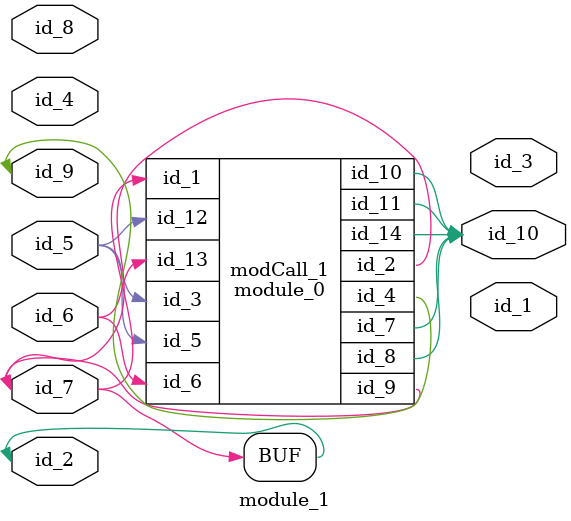
<source format=v>
module module_0 (
    id_1,
    id_2,
    id_3,
    id_4,
    id_5,
    id_6,
    id_7,
    id_8,
    id_9,
    id_10,
    id_11,
    id_12,
    id_13,
    id_14
);
  output wire id_14;
  input wire id_13;
  input wire id_12;
  output wire id_11;
  output wire id_10;
  inout wire id_9;
  output wire id_8;
  output wire id_7;
  input wire id_6;
  input wire id_5;
  output wire id_4;
  input wire id_3;
  inout wire id_2;
  input wire id_1;
  wire [1 : -1 'b0] id_15;
endmodule
module module_1 (
    id_1,
    id_2,
    id_3,
    id_4,
    id_5,
    id_6,
    id_7,
    id_8,
    id_9,
    id_10
);
  output wire id_10;
  inout wire id_9;
  inout wire id_8;
  input wire id_7;
  module_0 modCall_1 (
      id_2,
      id_2,
      id_5,
      id_9,
      id_5,
      id_6,
      id_10,
      id_10,
      id_2,
      id_10,
      id_10,
      id_5,
      id_6,
      id_10
  );
  input wire id_6;
  inout wire id_5;
  input wire id_4;
  output wire id_3;
  inout wire id_2;
  output wire id_1;
  assign id_2 = id_7;
endmodule

</source>
